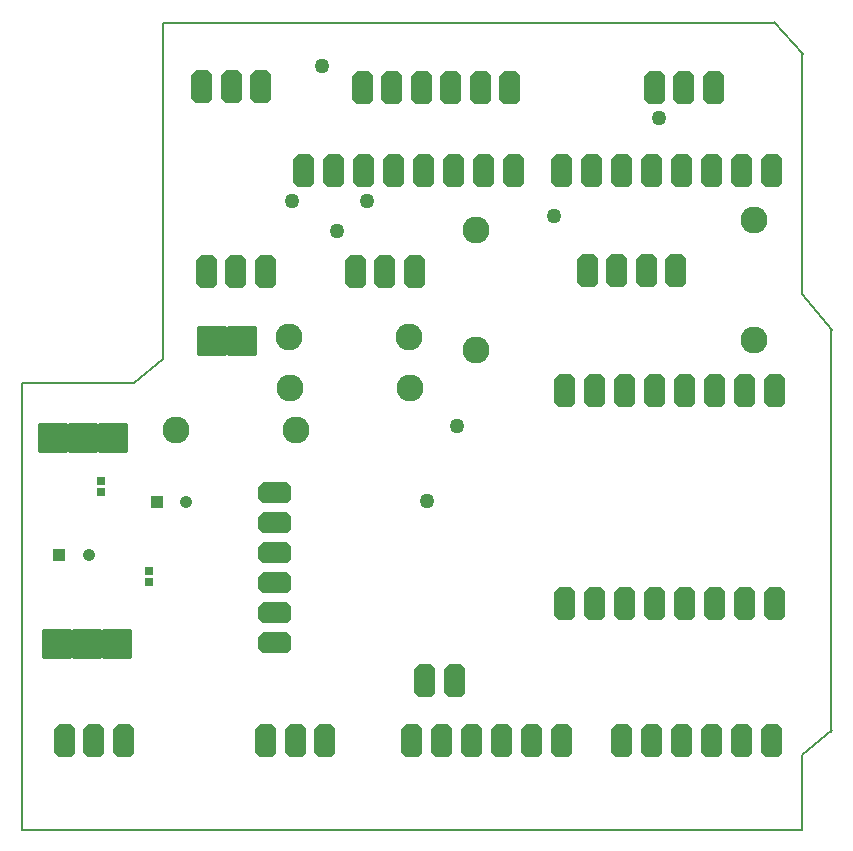
<source format=gbr>
G04 PROTEUS RS274X GERBER FILE*
%FSLAX26Y26*%
%MOIN*%
G01*
%ADD24C,0.050000*%
%AMPPAD017*
4,1,8,
-0.020071,0.055000,
0.020071,0.055000,
0.035000,0.040071,
0.035000,-0.040071,
0.020071,-0.055000,
-0.020071,-0.055000,
-0.035000,-0.040071,
-0.035000,0.040071,
-0.020071,0.055000,
0*%
%ADD25PPAD017*%
%AMPPAD018*
4,1,8,
0.055000,0.020071,
0.055000,-0.020071,
0.040071,-0.035000,
-0.040071,-0.035000,
-0.055000,-0.020071,
-0.055000,0.020071,
-0.040071,0.035000,
0.040071,0.035000,
0.055000,0.020071,
0*%
%ADD26PPAD018*%
%ADD27C,0.090000*%
%AMPPAD020*
4,1,48,
-0.040000,0.050000,
0.040000,0.050000,
0.041039,0.049950,
0.042044,0.049801,
0.043011,0.049559,
0.044812,0.048814,
0.046404,0.047750,
0.047750,0.046403,
0.048813,0.044812,
0.049559,0.043011,
0.049801,0.042044,
0.049950,0.041039,
0.050000,0.040000,
0.050000,-0.040000,
0.049950,-0.041039,
0.049801,-0.042044,
0.049559,-0.043011,
0.048813,-0.044812,
0.047750,-0.046403,
0.046404,-0.047750,
0.044812,-0.048814,
0.043011,-0.049559,
0.042044,-0.049801,
0.041039,-0.049950,
0.040000,-0.050000,
-0.040000,-0.050000,
-0.041039,-0.049950,
-0.042044,-0.049801,
-0.043011,-0.049559,
-0.044812,-0.048814,
-0.046404,-0.047750,
-0.047750,-0.046403,
-0.048813,-0.044812,
-0.049559,-0.043011,
-0.049801,-0.042044,
-0.049950,-0.041039,
-0.050000,-0.040000,
-0.050000,0.040000,
-0.049950,0.041039,
-0.049801,0.042044,
-0.049559,0.043011,
-0.048813,0.044812,
-0.047750,0.046403,
-0.046404,0.047750,
-0.044812,0.048814,
-0.043011,0.049559,
-0.042044,0.049801,
-0.041039,0.049950,
-0.040000,0.050000,
0*%
%ADD28PPAD020*%
%AMPPAD021*
4,1,4,
-0.020669,0.020669,
0.020669,0.020669,
0.020669,-0.020669,
-0.020669,-0.020669,
-0.020669,0.020669,
0*%
%ADD29PPAD021*%
%ADD70C,0.041339*%
%AMPPAD022*
4,1,4,
0.012000,-0.012000,
-0.012000,-0.012000,
-0.012000,0.012000,
0.012000,0.012000,
0.012000,-0.012000,
0*%
%ADD72PPAD022*%
%ADD20C,0.008000*%
D24*
X+1350000Y-1200000D03*
X+1450000Y-950000D03*
X+1150000Y-200000D03*
X+1050000Y-300000D03*
X+1775000Y-250000D03*
X+1000000Y+250000D03*
X+900000Y-200000D03*
X+2125000Y+75000D03*
D25*
X+1300000Y-2000000D03*
X+1400000Y-2000000D03*
X+1500000Y-2000000D03*
X+1600000Y-2000000D03*
X+1700000Y-2000000D03*
X+1800000Y-2000000D03*
X+2000000Y-2000000D03*
X+2100000Y-2000000D03*
X+2200000Y-2000000D03*
X+2300000Y-2000000D03*
X+2400000Y-2000000D03*
X+2500000Y-2000000D03*
X+940000Y-100000D03*
X+1040000Y-100000D03*
X+1140000Y-100000D03*
X+1240000Y-100000D03*
X+1340000Y-100000D03*
X+1440000Y-100000D03*
X+1540000Y-100000D03*
X+1640000Y-100000D03*
X+1800000Y-100000D03*
X+1900000Y-100000D03*
X+2000000Y-100000D03*
X+2100000Y-100000D03*
X+2200000Y-100000D03*
X+2300000Y-100000D03*
X+2400000Y-100000D03*
X+2500000Y-100000D03*
X+601850Y+178307D03*
X+700276Y+178307D03*
X+798701Y+178307D03*
X+2111126Y+175244D03*
X+2209551Y+175244D03*
X+2307976Y+175244D03*
X+143937Y-2001142D03*
X+242362Y-2001142D03*
X+340787Y-2001142D03*
X+814929Y-1999929D03*
X+913354Y-1999929D03*
X+1011780Y-1999929D03*
X+1887638Y-435150D03*
X+1986063Y-435150D03*
X+2084488Y-435150D03*
X+2182913Y-435150D03*
X+618110Y-437520D03*
X+716535Y-437520D03*
X+814961Y-437520D03*
X+1114724Y-436339D03*
X+1213150Y-436339D03*
X+1311575Y-436339D03*
X+1345000Y-1800000D03*
X+1443426Y-1800000D03*
D26*
X+846181Y-1172873D03*
X+846181Y-1272873D03*
X+846181Y-1372873D03*
X+846181Y-1472873D03*
X+846181Y-1572873D03*
X+846181Y-1672873D03*
D27*
X+1516024Y-296654D03*
X+1516024Y-696654D03*
X+2440000Y-663000D03*
X+2440000Y-263000D03*
D28*
X+636496Y-668150D03*
X+736496Y-668150D03*
D25*
X+1137795Y+177165D03*
X+1236220Y+177165D03*
X+1334646Y+177165D03*
X+1433071Y+177165D03*
X+1531496Y+177165D03*
X+1629921Y+177165D03*
D27*
X+890276Y-653260D03*
X+1290276Y-653260D03*
D25*
X+2510000Y-835000D03*
X+2410000Y-835000D03*
X+2310000Y-835000D03*
X+2210000Y-835000D03*
X+2110000Y-835000D03*
X+2010000Y-835000D03*
X+1910000Y-835000D03*
X+1810000Y-835000D03*
X+1810000Y-1545000D03*
X+1910000Y-1545000D03*
X+2010000Y-1545000D03*
X+2110000Y-1545000D03*
X+2210000Y-1545000D03*
X+2310000Y-1545000D03*
X+2410000Y-1545000D03*
X+2510000Y-1545000D03*
D28*
X+118283Y-1676000D03*
X+218283Y-1676000D03*
X+318283Y-1676000D03*
X+105000Y-990000D03*
X+205000Y-990000D03*
X+305000Y-990000D03*
D29*
X+125787Y-1380000D03*
D70*
X+224213Y-1380000D03*
D29*
X+450787Y-1205000D03*
D70*
X+549213Y-1205000D03*
D72*
X+425000Y-1470000D03*
X+425000Y-1434567D03*
X+265000Y-1135000D03*
X+265000Y-1170433D03*
D27*
X+895000Y-825000D03*
X+1295000Y-825000D03*
X+515000Y-965000D03*
X+915000Y-965000D03*
D20*
X+472441Y+393701D02*
X+2503937Y+393701D01*
X+0Y-807087D02*
X+0Y-2295276D01*
X+2602362Y-2295276D01*
X+2602362Y+295276D02*
X+2602362Y-511811D01*
X+2696850Y-629921D02*
X+2696850Y-1968504D01*
X+0Y-807087D02*
X+374016Y-807087D01*
X+472441Y-728346D02*
X+472441Y+393701D01*
X+2602362Y-2047244D02*
X+2602362Y-2295276D01*
X+2700787Y-1964567D02*
X+2602362Y-2047244D01*
X+2602362Y-511811D02*
X+2700787Y-629921D01*
X+472441Y-728346D02*
X+374016Y-807087D01*
X+2606299Y+291339D02*
X+2507874Y+397638D01*
M02*

</source>
